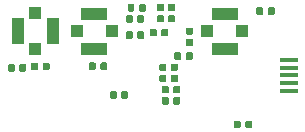
<source format=gbr>
G04 #@! TF.GenerationSoftware,KiCad,Pcbnew,(5.1.5-0-10_14)*
G04 #@! TF.CreationDate,2020-08-02T20:02:39-07:00*
G04 #@! TF.ProjectId,EOGlass2,454f476c-6173-4733-922e-6b696361645f,rev?*
G04 #@! TF.SameCoordinates,Original*
G04 #@! TF.FileFunction,Paste,Bot*
G04 #@! TF.FilePolarity,Positive*
%FSLAX46Y46*%
G04 Gerber Fmt 4.6, Leading zero omitted, Abs format (unit mm)*
G04 Created by KiCad (PCBNEW (5.1.5-0-10_14)) date 2020-08-02 20:02:39*
%MOMM*%
%LPD*%
G04 APERTURE LIST*
%ADD10R,1.500000X0.450000*%
%ADD11C,0.100000*%
%ADD12R,1.000000X1.000000*%
%ADD13R,2.200000X1.050000*%
%ADD14R,1.050000X2.200000*%
G04 APERTURE END LIST*
D10*
X135995000Y-73230000D03*
X135995000Y-72580000D03*
X135995000Y-73880000D03*
X135995000Y-71930000D03*
X135995000Y-74530000D03*
D11*
G36*
X127746958Y-69200710D02*
G01*
X127761276Y-69202834D01*
X127775317Y-69206351D01*
X127788946Y-69211228D01*
X127802031Y-69217417D01*
X127814447Y-69224858D01*
X127826073Y-69233481D01*
X127836798Y-69243202D01*
X127846519Y-69253927D01*
X127855142Y-69265553D01*
X127862583Y-69277969D01*
X127868772Y-69291054D01*
X127873649Y-69304683D01*
X127877166Y-69318724D01*
X127879290Y-69333042D01*
X127880000Y-69347500D01*
X127880000Y-69642500D01*
X127879290Y-69656958D01*
X127877166Y-69671276D01*
X127873649Y-69685317D01*
X127868772Y-69698946D01*
X127862583Y-69712031D01*
X127855142Y-69724447D01*
X127846519Y-69736073D01*
X127836798Y-69746798D01*
X127826073Y-69756519D01*
X127814447Y-69765142D01*
X127802031Y-69772583D01*
X127788946Y-69778772D01*
X127775317Y-69783649D01*
X127761276Y-69787166D01*
X127746958Y-69789290D01*
X127732500Y-69790000D01*
X127387500Y-69790000D01*
X127373042Y-69789290D01*
X127358724Y-69787166D01*
X127344683Y-69783649D01*
X127331054Y-69778772D01*
X127317969Y-69772583D01*
X127305553Y-69765142D01*
X127293927Y-69756519D01*
X127283202Y-69746798D01*
X127273481Y-69736073D01*
X127264858Y-69724447D01*
X127257417Y-69712031D01*
X127251228Y-69698946D01*
X127246351Y-69685317D01*
X127242834Y-69671276D01*
X127240710Y-69656958D01*
X127240000Y-69642500D01*
X127240000Y-69347500D01*
X127240710Y-69333042D01*
X127242834Y-69318724D01*
X127246351Y-69304683D01*
X127251228Y-69291054D01*
X127257417Y-69277969D01*
X127264858Y-69265553D01*
X127273481Y-69253927D01*
X127283202Y-69243202D01*
X127293927Y-69233481D01*
X127305553Y-69224858D01*
X127317969Y-69217417D01*
X127331054Y-69211228D01*
X127344683Y-69206351D01*
X127358724Y-69202834D01*
X127373042Y-69200710D01*
X127387500Y-69200000D01*
X127732500Y-69200000D01*
X127746958Y-69200710D01*
G37*
G36*
X127746958Y-70170710D02*
G01*
X127761276Y-70172834D01*
X127775317Y-70176351D01*
X127788946Y-70181228D01*
X127802031Y-70187417D01*
X127814447Y-70194858D01*
X127826073Y-70203481D01*
X127836798Y-70213202D01*
X127846519Y-70223927D01*
X127855142Y-70235553D01*
X127862583Y-70247969D01*
X127868772Y-70261054D01*
X127873649Y-70274683D01*
X127877166Y-70288724D01*
X127879290Y-70303042D01*
X127880000Y-70317500D01*
X127880000Y-70612500D01*
X127879290Y-70626958D01*
X127877166Y-70641276D01*
X127873649Y-70655317D01*
X127868772Y-70668946D01*
X127862583Y-70682031D01*
X127855142Y-70694447D01*
X127846519Y-70706073D01*
X127836798Y-70716798D01*
X127826073Y-70726519D01*
X127814447Y-70735142D01*
X127802031Y-70742583D01*
X127788946Y-70748772D01*
X127775317Y-70753649D01*
X127761276Y-70757166D01*
X127746958Y-70759290D01*
X127732500Y-70760000D01*
X127387500Y-70760000D01*
X127373042Y-70759290D01*
X127358724Y-70757166D01*
X127344683Y-70753649D01*
X127331054Y-70748772D01*
X127317969Y-70742583D01*
X127305553Y-70735142D01*
X127293927Y-70726519D01*
X127283202Y-70716798D01*
X127273481Y-70706073D01*
X127264858Y-70694447D01*
X127257417Y-70682031D01*
X127251228Y-70668946D01*
X127246351Y-70655317D01*
X127242834Y-70641276D01*
X127240710Y-70626958D01*
X127240000Y-70612500D01*
X127240000Y-70317500D01*
X127240710Y-70303042D01*
X127242834Y-70288724D01*
X127246351Y-70274683D01*
X127251228Y-70261054D01*
X127257417Y-70247969D01*
X127264858Y-70235553D01*
X127273481Y-70223927D01*
X127283202Y-70213202D01*
X127293927Y-70203481D01*
X127305553Y-70194858D01*
X127317969Y-70187417D01*
X127331054Y-70181228D01*
X127344683Y-70176351D01*
X127358724Y-70172834D01*
X127373042Y-70170710D01*
X127387500Y-70170000D01*
X127732500Y-70170000D01*
X127746958Y-70170710D01*
G37*
G36*
X131776958Y-77080710D02*
G01*
X131791276Y-77082834D01*
X131805317Y-77086351D01*
X131818946Y-77091228D01*
X131832031Y-77097417D01*
X131844447Y-77104858D01*
X131856073Y-77113481D01*
X131866798Y-77123202D01*
X131876519Y-77133927D01*
X131885142Y-77145553D01*
X131892583Y-77157969D01*
X131898772Y-77171054D01*
X131903649Y-77184683D01*
X131907166Y-77198724D01*
X131909290Y-77213042D01*
X131910000Y-77227500D01*
X131910000Y-77572500D01*
X131909290Y-77586958D01*
X131907166Y-77601276D01*
X131903649Y-77615317D01*
X131898772Y-77628946D01*
X131892583Y-77642031D01*
X131885142Y-77654447D01*
X131876519Y-77666073D01*
X131866798Y-77676798D01*
X131856073Y-77686519D01*
X131844447Y-77695142D01*
X131832031Y-77702583D01*
X131818946Y-77708772D01*
X131805317Y-77713649D01*
X131791276Y-77717166D01*
X131776958Y-77719290D01*
X131762500Y-77720000D01*
X131467500Y-77720000D01*
X131453042Y-77719290D01*
X131438724Y-77717166D01*
X131424683Y-77713649D01*
X131411054Y-77708772D01*
X131397969Y-77702583D01*
X131385553Y-77695142D01*
X131373927Y-77686519D01*
X131363202Y-77676798D01*
X131353481Y-77666073D01*
X131344858Y-77654447D01*
X131337417Y-77642031D01*
X131331228Y-77628946D01*
X131326351Y-77615317D01*
X131322834Y-77601276D01*
X131320710Y-77586958D01*
X131320000Y-77572500D01*
X131320000Y-77227500D01*
X131320710Y-77213042D01*
X131322834Y-77198724D01*
X131326351Y-77184683D01*
X131331228Y-77171054D01*
X131337417Y-77157969D01*
X131344858Y-77145553D01*
X131353481Y-77133927D01*
X131363202Y-77123202D01*
X131373927Y-77113481D01*
X131385553Y-77104858D01*
X131397969Y-77097417D01*
X131411054Y-77091228D01*
X131424683Y-77086351D01*
X131438724Y-77082834D01*
X131453042Y-77080710D01*
X131467500Y-77080000D01*
X131762500Y-77080000D01*
X131776958Y-77080710D01*
G37*
G36*
X132746958Y-77080710D02*
G01*
X132761276Y-77082834D01*
X132775317Y-77086351D01*
X132788946Y-77091228D01*
X132802031Y-77097417D01*
X132814447Y-77104858D01*
X132826073Y-77113481D01*
X132836798Y-77123202D01*
X132846519Y-77133927D01*
X132855142Y-77145553D01*
X132862583Y-77157969D01*
X132868772Y-77171054D01*
X132873649Y-77184683D01*
X132877166Y-77198724D01*
X132879290Y-77213042D01*
X132880000Y-77227500D01*
X132880000Y-77572500D01*
X132879290Y-77586958D01*
X132877166Y-77601276D01*
X132873649Y-77615317D01*
X132868772Y-77628946D01*
X132862583Y-77642031D01*
X132855142Y-77654447D01*
X132846519Y-77666073D01*
X132836798Y-77676798D01*
X132826073Y-77686519D01*
X132814447Y-77695142D01*
X132802031Y-77702583D01*
X132788946Y-77708772D01*
X132775317Y-77713649D01*
X132761276Y-77717166D01*
X132746958Y-77719290D01*
X132732500Y-77720000D01*
X132437500Y-77720000D01*
X132423042Y-77719290D01*
X132408724Y-77717166D01*
X132394683Y-77713649D01*
X132381054Y-77708772D01*
X132367969Y-77702583D01*
X132355553Y-77695142D01*
X132343927Y-77686519D01*
X132333202Y-77676798D01*
X132323481Y-77666073D01*
X132314858Y-77654447D01*
X132307417Y-77642031D01*
X132301228Y-77628946D01*
X132296351Y-77615317D01*
X132292834Y-77601276D01*
X132290710Y-77586958D01*
X132290000Y-77572500D01*
X132290000Y-77227500D01*
X132290710Y-77213042D01*
X132292834Y-77198724D01*
X132296351Y-77184683D01*
X132301228Y-77171054D01*
X132307417Y-77157969D01*
X132314858Y-77145553D01*
X132323481Y-77133927D01*
X132333202Y-77123202D01*
X132343927Y-77113481D01*
X132355553Y-77104858D01*
X132367969Y-77097417D01*
X132381054Y-77091228D01*
X132394683Y-77086351D01*
X132408724Y-77082834D01*
X132423042Y-77080710D01*
X132437500Y-77080000D01*
X132732500Y-77080000D01*
X132746958Y-77080710D01*
G37*
G36*
X126646958Y-75080710D02*
G01*
X126661276Y-75082834D01*
X126675317Y-75086351D01*
X126688946Y-75091228D01*
X126702031Y-75097417D01*
X126714447Y-75104858D01*
X126726073Y-75113481D01*
X126736798Y-75123202D01*
X126746519Y-75133927D01*
X126755142Y-75145553D01*
X126762583Y-75157969D01*
X126768772Y-75171054D01*
X126773649Y-75184683D01*
X126777166Y-75198724D01*
X126779290Y-75213042D01*
X126780000Y-75227500D01*
X126780000Y-75572500D01*
X126779290Y-75586958D01*
X126777166Y-75601276D01*
X126773649Y-75615317D01*
X126768772Y-75628946D01*
X126762583Y-75642031D01*
X126755142Y-75654447D01*
X126746519Y-75666073D01*
X126736798Y-75676798D01*
X126726073Y-75686519D01*
X126714447Y-75695142D01*
X126702031Y-75702583D01*
X126688946Y-75708772D01*
X126675317Y-75713649D01*
X126661276Y-75717166D01*
X126646958Y-75719290D01*
X126632500Y-75720000D01*
X126337500Y-75720000D01*
X126323042Y-75719290D01*
X126308724Y-75717166D01*
X126294683Y-75713649D01*
X126281054Y-75708772D01*
X126267969Y-75702583D01*
X126255553Y-75695142D01*
X126243927Y-75686519D01*
X126233202Y-75676798D01*
X126223481Y-75666073D01*
X126214858Y-75654447D01*
X126207417Y-75642031D01*
X126201228Y-75628946D01*
X126196351Y-75615317D01*
X126192834Y-75601276D01*
X126190710Y-75586958D01*
X126190000Y-75572500D01*
X126190000Y-75227500D01*
X126190710Y-75213042D01*
X126192834Y-75198724D01*
X126196351Y-75184683D01*
X126201228Y-75171054D01*
X126207417Y-75157969D01*
X126214858Y-75145553D01*
X126223481Y-75133927D01*
X126233202Y-75123202D01*
X126243927Y-75113481D01*
X126255553Y-75104858D01*
X126267969Y-75097417D01*
X126281054Y-75091228D01*
X126294683Y-75086351D01*
X126308724Y-75082834D01*
X126323042Y-75080710D01*
X126337500Y-75080000D01*
X126632500Y-75080000D01*
X126646958Y-75080710D01*
G37*
G36*
X125676958Y-75080710D02*
G01*
X125691276Y-75082834D01*
X125705317Y-75086351D01*
X125718946Y-75091228D01*
X125732031Y-75097417D01*
X125744447Y-75104858D01*
X125756073Y-75113481D01*
X125766798Y-75123202D01*
X125776519Y-75133927D01*
X125785142Y-75145553D01*
X125792583Y-75157969D01*
X125798772Y-75171054D01*
X125803649Y-75184683D01*
X125807166Y-75198724D01*
X125809290Y-75213042D01*
X125810000Y-75227500D01*
X125810000Y-75572500D01*
X125809290Y-75586958D01*
X125807166Y-75601276D01*
X125803649Y-75615317D01*
X125798772Y-75628946D01*
X125792583Y-75642031D01*
X125785142Y-75654447D01*
X125776519Y-75666073D01*
X125766798Y-75676798D01*
X125756073Y-75686519D01*
X125744447Y-75695142D01*
X125732031Y-75702583D01*
X125718946Y-75708772D01*
X125705317Y-75713649D01*
X125691276Y-75717166D01*
X125676958Y-75719290D01*
X125662500Y-75720000D01*
X125367500Y-75720000D01*
X125353042Y-75719290D01*
X125338724Y-75717166D01*
X125324683Y-75713649D01*
X125311054Y-75708772D01*
X125297969Y-75702583D01*
X125285553Y-75695142D01*
X125273927Y-75686519D01*
X125263202Y-75676798D01*
X125253481Y-75666073D01*
X125244858Y-75654447D01*
X125237417Y-75642031D01*
X125231228Y-75628946D01*
X125226351Y-75615317D01*
X125222834Y-75601276D01*
X125220710Y-75586958D01*
X125220000Y-75572500D01*
X125220000Y-75227500D01*
X125220710Y-75213042D01*
X125222834Y-75198724D01*
X125226351Y-75184683D01*
X125231228Y-75171054D01*
X125237417Y-75157969D01*
X125244858Y-75145553D01*
X125253481Y-75133927D01*
X125263202Y-75123202D01*
X125273927Y-75113481D01*
X125285553Y-75104858D01*
X125297969Y-75097417D01*
X125311054Y-75091228D01*
X125324683Y-75086351D01*
X125338724Y-75082834D01*
X125353042Y-75080710D01*
X125367500Y-75080000D01*
X125662500Y-75080000D01*
X125676958Y-75080710D01*
G37*
G36*
X125676958Y-74130710D02*
G01*
X125691276Y-74132834D01*
X125705317Y-74136351D01*
X125718946Y-74141228D01*
X125732031Y-74147417D01*
X125744447Y-74154858D01*
X125756073Y-74163481D01*
X125766798Y-74173202D01*
X125776519Y-74183927D01*
X125785142Y-74195553D01*
X125792583Y-74207969D01*
X125798772Y-74221054D01*
X125803649Y-74234683D01*
X125807166Y-74248724D01*
X125809290Y-74263042D01*
X125810000Y-74277500D01*
X125810000Y-74622500D01*
X125809290Y-74636958D01*
X125807166Y-74651276D01*
X125803649Y-74665317D01*
X125798772Y-74678946D01*
X125792583Y-74692031D01*
X125785142Y-74704447D01*
X125776519Y-74716073D01*
X125766798Y-74726798D01*
X125756073Y-74736519D01*
X125744447Y-74745142D01*
X125732031Y-74752583D01*
X125718946Y-74758772D01*
X125705317Y-74763649D01*
X125691276Y-74767166D01*
X125676958Y-74769290D01*
X125662500Y-74770000D01*
X125367500Y-74770000D01*
X125353042Y-74769290D01*
X125338724Y-74767166D01*
X125324683Y-74763649D01*
X125311054Y-74758772D01*
X125297969Y-74752583D01*
X125285553Y-74745142D01*
X125273927Y-74736519D01*
X125263202Y-74726798D01*
X125253481Y-74716073D01*
X125244858Y-74704447D01*
X125237417Y-74692031D01*
X125231228Y-74678946D01*
X125226351Y-74665317D01*
X125222834Y-74651276D01*
X125220710Y-74636958D01*
X125220000Y-74622500D01*
X125220000Y-74277500D01*
X125220710Y-74263042D01*
X125222834Y-74248724D01*
X125226351Y-74234683D01*
X125231228Y-74221054D01*
X125237417Y-74207969D01*
X125244858Y-74195553D01*
X125253481Y-74183927D01*
X125263202Y-74173202D01*
X125273927Y-74163481D01*
X125285553Y-74154858D01*
X125297969Y-74147417D01*
X125311054Y-74141228D01*
X125324683Y-74136351D01*
X125338724Y-74132834D01*
X125353042Y-74130710D01*
X125367500Y-74130000D01*
X125662500Y-74130000D01*
X125676958Y-74130710D01*
G37*
G36*
X126646958Y-74130710D02*
G01*
X126661276Y-74132834D01*
X126675317Y-74136351D01*
X126688946Y-74141228D01*
X126702031Y-74147417D01*
X126714447Y-74154858D01*
X126726073Y-74163481D01*
X126736798Y-74173202D01*
X126746519Y-74183927D01*
X126755142Y-74195553D01*
X126762583Y-74207969D01*
X126768772Y-74221054D01*
X126773649Y-74234683D01*
X126777166Y-74248724D01*
X126779290Y-74263042D01*
X126780000Y-74277500D01*
X126780000Y-74622500D01*
X126779290Y-74636958D01*
X126777166Y-74651276D01*
X126773649Y-74665317D01*
X126768772Y-74678946D01*
X126762583Y-74692031D01*
X126755142Y-74704447D01*
X126746519Y-74716073D01*
X126736798Y-74726798D01*
X126726073Y-74736519D01*
X126714447Y-74745142D01*
X126702031Y-74752583D01*
X126688946Y-74758772D01*
X126675317Y-74763649D01*
X126661276Y-74767166D01*
X126646958Y-74769290D01*
X126632500Y-74770000D01*
X126337500Y-74770000D01*
X126323042Y-74769290D01*
X126308724Y-74767166D01*
X126294683Y-74763649D01*
X126281054Y-74758772D01*
X126267969Y-74752583D01*
X126255553Y-74745142D01*
X126243927Y-74736519D01*
X126233202Y-74726798D01*
X126223481Y-74716073D01*
X126214858Y-74704447D01*
X126207417Y-74692031D01*
X126201228Y-74678946D01*
X126196351Y-74665317D01*
X126192834Y-74651276D01*
X126190710Y-74636958D01*
X126190000Y-74622500D01*
X126190000Y-74277500D01*
X126190710Y-74263042D01*
X126192834Y-74248724D01*
X126196351Y-74234683D01*
X126201228Y-74221054D01*
X126207417Y-74207969D01*
X126214858Y-74195553D01*
X126223481Y-74183927D01*
X126233202Y-74173202D01*
X126243927Y-74163481D01*
X126255553Y-74154858D01*
X126267969Y-74147417D01*
X126281054Y-74141228D01*
X126294683Y-74136351D01*
X126308724Y-74132834D01*
X126323042Y-74130710D01*
X126337500Y-74130000D01*
X126632500Y-74130000D01*
X126646958Y-74130710D01*
G37*
G36*
X134646958Y-67480710D02*
G01*
X134661276Y-67482834D01*
X134675317Y-67486351D01*
X134688946Y-67491228D01*
X134702031Y-67497417D01*
X134714447Y-67504858D01*
X134726073Y-67513481D01*
X134736798Y-67523202D01*
X134746519Y-67533927D01*
X134755142Y-67545553D01*
X134762583Y-67557969D01*
X134768772Y-67571054D01*
X134773649Y-67584683D01*
X134777166Y-67598724D01*
X134779290Y-67613042D01*
X134780000Y-67627500D01*
X134780000Y-67972500D01*
X134779290Y-67986958D01*
X134777166Y-68001276D01*
X134773649Y-68015317D01*
X134768772Y-68028946D01*
X134762583Y-68042031D01*
X134755142Y-68054447D01*
X134746519Y-68066073D01*
X134736798Y-68076798D01*
X134726073Y-68086519D01*
X134714447Y-68095142D01*
X134702031Y-68102583D01*
X134688946Y-68108772D01*
X134675317Y-68113649D01*
X134661276Y-68117166D01*
X134646958Y-68119290D01*
X134632500Y-68120000D01*
X134337500Y-68120000D01*
X134323042Y-68119290D01*
X134308724Y-68117166D01*
X134294683Y-68113649D01*
X134281054Y-68108772D01*
X134267969Y-68102583D01*
X134255553Y-68095142D01*
X134243927Y-68086519D01*
X134233202Y-68076798D01*
X134223481Y-68066073D01*
X134214858Y-68054447D01*
X134207417Y-68042031D01*
X134201228Y-68028946D01*
X134196351Y-68015317D01*
X134192834Y-68001276D01*
X134190710Y-67986958D01*
X134190000Y-67972500D01*
X134190000Y-67627500D01*
X134190710Y-67613042D01*
X134192834Y-67598724D01*
X134196351Y-67584683D01*
X134201228Y-67571054D01*
X134207417Y-67557969D01*
X134214858Y-67545553D01*
X134223481Y-67533927D01*
X134233202Y-67523202D01*
X134243927Y-67513481D01*
X134255553Y-67504858D01*
X134267969Y-67497417D01*
X134281054Y-67491228D01*
X134294683Y-67486351D01*
X134308724Y-67482834D01*
X134323042Y-67480710D01*
X134337500Y-67480000D01*
X134632500Y-67480000D01*
X134646958Y-67480710D01*
G37*
G36*
X133676958Y-67480710D02*
G01*
X133691276Y-67482834D01*
X133705317Y-67486351D01*
X133718946Y-67491228D01*
X133732031Y-67497417D01*
X133744447Y-67504858D01*
X133756073Y-67513481D01*
X133766798Y-67523202D01*
X133776519Y-67533927D01*
X133785142Y-67545553D01*
X133792583Y-67557969D01*
X133798772Y-67571054D01*
X133803649Y-67584683D01*
X133807166Y-67598724D01*
X133809290Y-67613042D01*
X133810000Y-67627500D01*
X133810000Y-67972500D01*
X133809290Y-67986958D01*
X133807166Y-68001276D01*
X133803649Y-68015317D01*
X133798772Y-68028946D01*
X133792583Y-68042031D01*
X133785142Y-68054447D01*
X133776519Y-68066073D01*
X133766798Y-68076798D01*
X133756073Y-68086519D01*
X133744447Y-68095142D01*
X133732031Y-68102583D01*
X133718946Y-68108772D01*
X133705317Y-68113649D01*
X133691276Y-68117166D01*
X133676958Y-68119290D01*
X133662500Y-68120000D01*
X133367500Y-68120000D01*
X133353042Y-68119290D01*
X133338724Y-68117166D01*
X133324683Y-68113649D01*
X133311054Y-68108772D01*
X133297969Y-68102583D01*
X133285553Y-68095142D01*
X133273927Y-68086519D01*
X133263202Y-68076798D01*
X133253481Y-68066073D01*
X133244858Y-68054447D01*
X133237417Y-68042031D01*
X133231228Y-68028946D01*
X133226351Y-68015317D01*
X133222834Y-68001276D01*
X133220710Y-67986958D01*
X133220000Y-67972500D01*
X133220000Y-67627500D01*
X133220710Y-67613042D01*
X133222834Y-67598724D01*
X133226351Y-67584683D01*
X133231228Y-67571054D01*
X133237417Y-67557969D01*
X133244858Y-67545553D01*
X133253481Y-67533927D01*
X133263202Y-67523202D01*
X133273927Y-67513481D01*
X133285553Y-67504858D01*
X133297969Y-67497417D01*
X133311054Y-67491228D01*
X133324683Y-67486351D01*
X133338724Y-67482834D01*
X133353042Y-67480710D01*
X133367500Y-67480000D01*
X133662500Y-67480000D01*
X133676958Y-67480710D01*
G37*
G36*
X122626958Y-68140710D02*
G01*
X122641276Y-68142834D01*
X122655317Y-68146351D01*
X122668946Y-68151228D01*
X122682031Y-68157417D01*
X122694447Y-68164858D01*
X122706073Y-68173481D01*
X122716798Y-68183202D01*
X122726519Y-68193927D01*
X122735142Y-68205553D01*
X122742583Y-68217969D01*
X122748772Y-68231054D01*
X122753649Y-68244683D01*
X122757166Y-68258724D01*
X122759290Y-68273042D01*
X122760000Y-68287500D01*
X122760000Y-68632500D01*
X122759290Y-68646958D01*
X122757166Y-68661276D01*
X122753649Y-68675317D01*
X122748772Y-68688946D01*
X122742583Y-68702031D01*
X122735142Y-68714447D01*
X122726519Y-68726073D01*
X122716798Y-68736798D01*
X122706073Y-68746519D01*
X122694447Y-68755142D01*
X122682031Y-68762583D01*
X122668946Y-68768772D01*
X122655317Y-68773649D01*
X122641276Y-68777166D01*
X122626958Y-68779290D01*
X122612500Y-68780000D01*
X122317500Y-68780000D01*
X122303042Y-68779290D01*
X122288724Y-68777166D01*
X122274683Y-68773649D01*
X122261054Y-68768772D01*
X122247969Y-68762583D01*
X122235553Y-68755142D01*
X122223927Y-68746519D01*
X122213202Y-68736798D01*
X122203481Y-68726073D01*
X122194858Y-68714447D01*
X122187417Y-68702031D01*
X122181228Y-68688946D01*
X122176351Y-68675317D01*
X122172834Y-68661276D01*
X122170710Y-68646958D01*
X122170000Y-68632500D01*
X122170000Y-68287500D01*
X122170710Y-68273042D01*
X122172834Y-68258724D01*
X122176351Y-68244683D01*
X122181228Y-68231054D01*
X122187417Y-68217969D01*
X122194858Y-68205553D01*
X122203481Y-68193927D01*
X122213202Y-68183202D01*
X122223927Y-68173481D01*
X122235553Y-68164858D01*
X122247969Y-68157417D01*
X122261054Y-68151228D01*
X122274683Y-68146351D01*
X122288724Y-68142834D01*
X122303042Y-68140710D01*
X122317500Y-68140000D01*
X122612500Y-68140000D01*
X122626958Y-68140710D01*
G37*
G36*
X123596958Y-68140710D02*
G01*
X123611276Y-68142834D01*
X123625317Y-68146351D01*
X123638946Y-68151228D01*
X123652031Y-68157417D01*
X123664447Y-68164858D01*
X123676073Y-68173481D01*
X123686798Y-68183202D01*
X123696519Y-68193927D01*
X123705142Y-68205553D01*
X123712583Y-68217969D01*
X123718772Y-68231054D01*
X123723649Y-68244683D01*
X123727166Y-68258724D01*
X123729290Y-68273042D01*
X123730000Y-68287500D01*
X123730000Y-68632500D01*
X123729290Y-68646958D01*
X123727166Y-68661276D01*
X123723649Y-68675317D01*
X123718772Y-68688946D01*
X123712583Y-68702031D01*
X123705142Y-68714447D01*
X123696519Y-68726073D01*
X123686798Y-68736798D01*
X123676073Y-68746519D01*
X123664447Y-68755142D01*
X123652031Y-68762583D01*
X123638946Y-68768772D01*
X123625317Y-68773649D01*
X123611276Y-68777166D01*
X123596958Y-68779290D01*
X123582500Y-68780000D01*
X123287500Y-68780000D01*
X123273042Y-68779290D01*
X123258724Y-68777166D01*
X123244683Y-68773649D01*
X123231054Y-68768772D01*
X123217969Y-68762583D01*
X123205553Y-68755142D01*
X123193927Y-68746519D01*
X123183202Y-68736798D01*
X123173481Y-68726073D01*
X123164858Y-68714447D01*
X123157417Y-68702031D01*
X123151228Y-68688946D01*
X123146351Y-68675317D01*
X123142834Y-68661276D01*
X123140710Y-68646958D01*
X123140000Y-68632500D01*
X123140000Y-68287500D01*
X123140710Y-68273042D01*
X123142834Y-68258724D01*
X123146351Y-68244683D01*
X123151228Y-68231054D01*
X123157417Y-68217969D01*
X123164858Y-68205553D01*
X123173481Y-68193927D01*
X123183202Y-68183202D01*
X123193927Y-68173481D01*
X123205553Y-68164858D01*
X123217969Y-68157417D01*
X123231054Y-68151228D01*
X123244683Y-68146351D01*
X123258724Y-68142834D01*
X123273042Y-68140710D01*
X123287500Y-68140000D01*
X123582500Y-68140000D01*
X123596958Y-68140710D01*
G37*
G36*
X126236958Y-68170710D02*
G01*
X126251276Y-68172834D01*
X126265317Y-68176351D01*
X126278946Y-68181228D01*
X126292031Y-68187417D01*
X126304447Y-68194858D01*
X126316073Y-68203481D01*
X126326798Y-68213202D01*
X126336519Y-68223927D01*
X126345142Y-68235553D01*
X126352583Y-68247969D01*
X126358772Y-68261054D01*
X126363649Y-68274683D01*
X126367166Y-68288724D01*
X126369290Y-68303042D01*
X126370000Y-68317500D01*
X126370000Y-68612500D01*
X126369290Y-68626958D01*
X126367166Y-68641276D01*
X126363649Y-68655317D01*
X126358772Y-68668946D01*
X126352583Y-68682031D01*
X126345142Y-68694447D01*
X126336519Y-68706073D01*
X126326798Y-68716798D01*
X126316073Y-68726519D01*
X126304447Y-68735142D01*
X126292031Y-68742583D01*
X126278946Y-68748772D01*
X126265317Y-68753649D01*
X126251276Y-68757166D01*
X126236958Y-68759290D01*
X126222500Y-68760000D01*
X125877500Y-68760000D01*
X125863042Y-68759290D01*
X125848724Y-68757166D01*
X125834683Y-68753649D01*
X125821054Y-68748772D01*
X125807969Y-68742583D01*
X125795553Y-68735142D01*
X125783927Y-68726519D01*
X125773202Y-68716798D01*
X125763481Y-68706073D01*
X125754858Y-68694447D01*
X125747417Y-68682031D01*
X125741228Y-68668946D01*
X125736351Y-68655317D01*
X125732834Y-68641276D01*
X125730710Y-68626958D01*
X125730000Y-68612500D01*
X125730000Y-68317500D01*
X125730710Y-68303042D01*
X125732834Y-68288724D01*
X125736351Y-68274683D01*
X125741228Y-68261054D01*
X125747417Y-68247969D01*
X125754858Y-68235553D01*
X125763481Y-68223927D01*
X125773202Y-68213202D01*
X125783927Y-68203481D01*
X125795553Y-68194858D01*
X125807969Y-68187417D01*
X125821054Y-68181228D01*
X125834683Y-68176351D01*
X125848724Y-68172834D01*
X125863042Y-68170710D01*
X125877500Y-68170000D01*
X126222500Y-68170000D01*
X126236958Y-68170710D01*
G37*
G36*
X126236958Y-67200710D02*
G01*
X126251276Y-67202834D01*
X126265317Y-67206351D01*
X126278946Y-67211228D01*
X126292031Y-67217417D01*
X126304447Y-67224858D01*
X126316073Y-67233481D01*
X126326798Y-67243202D01*
X126336519Y-67253927D01*
X126345142Y-67265553D01*
X126352583Y-67277969D01*
X126358772Y-67291054D01*
X126363649Y-67304683D01*
X126367166Y-67318724D01*
X126369290Y-67333042D01*
X126370000Y-67347500D01*
X126370000Y-67642500D01*
X126369290Y-67656958D01*
X126367166Y-67671276D01*
X126363649Y-67685317D01*
X126358772Y-67698946D01*
X126352583Y-67712031D01*
X126345142Y-67724447D01*
X126336519Y-67736073D01*
X126326798Y-67746798D01*
X126316073Y-67756519D01*
X126304447Y-67765142D01*
X126292031Y-67772583D01*
X126278946Y-67778772D01*
X126265317Y-67783649D01*
X126251276Y-67787166D01*
X126236958Y-67789290D01*
X126222500Y-67790000D01*
X125877500Y-67790000D01*
X125863042Y-67789290D01*
X125848724Y-67787166D01*
X125834683Y-67783649D01*
X125821054Y-67778772D01*
X125807969Y-67772583D01*
X125795553Y-67765142D01*
X125783927Y-67756519D01*
X125773202Y-67746798D01*
X125763481Y-67736073D01*
X125754858Y-67724447D01*
X125747417Y-67712031D01*
X125741228Y-67698946D01*
X125736351Y-67685317D01*
X125732834Y-67671276D01*
X125730710Y-67656958D01*
X125730000Y-67642500D01*
X125730000Y-67347500D01*
X125730710Y-67333042D01*
X125732834Y-67318724D01*
X125736351Y-67304683D01*
X125741228Y-67291054D01*
X125747417Y-67277969D01*
X125754858Y-67265553D01*
X125763481Y-67253927D01*
X125773202Y-67243202D01*
X125783927Y-67233481D01*
X125795553Y-67224858D01*
X125807969Y-67217417D01*
X125821054Y-67211228D01*
X125834683Y-67206351D01*
X125848724Y-67202834D01*
X125863042Y-67200710D01*
X125877500Y-67200000D01*
X126222500Y-67200000D01*
X126236958Y-67200710D01*
G37*
G36*
X123746958Y-67200710D02*
G01*
X123761276Y-67202834D01*
X123775317Y-67206351D01*
X123788946Y-67211228D01*
X123802031Y-67217417D01*
X123814447Y-67224858D01*
X123826073Y-67233481D01*
X123836798Y-67243202D01*
X123846519Y-67253927D01*
X123855142Y-67265553D01*
X123862583Y-67277969D01*
X123868772Y-67291054D01*
X123873649Y-67304683D01*
X123877166Y-67318724D01*
X123879290Y-67333042D01*
X123880000Y-67347500D01*
X123880000Y-67692500D01*
X123879290Y-67706958D01*
X123877166Y-67721276D01*
X123873649Y-67735317D01*
X123868772Y-67748946D01*
X123862583Y-67762031D01*
X123855142Y-67774447D01*
X123846519Y-67786073D01*
X123836798Y-67796798D01*
X123826073Y-67806519D01*
X123814447Y-67815142D01*
X123802031Y-67822583D01*
X123788946Y-67828772D01*
X123775317Y-67833649D01*
X123761276Y-67837166D01*
X123746958Y-67839290D01*
X123732500Y-67840000D01*
X123437500Y-67840000D01*
X123423042Y-67839290D01*
X123408724Y-67837166D01*
X123394683Y-67833649D01*
X123381054Y-67828772D01*
X123367969Y-67822583D01*
X123355553Y-67815142D01*
X123343927Y-67806519D01*
X123333202Y-67796798D01*
X123323481Y-67786073D01*
X123314858Y-67774447D01*
X123307417Y-67762031D01*
X123301228Y-67748946D01*
X123296351Y-67735317D01*
X123292834Y-67721276D01*
X123290710Y-67706958D01*
X123290000Y-67692500D01*
X123290000Y-67347500D01*
X123290710Y-67333042D01*
X123292834Y-67318724D01*
X123296351Y-67304683D01*
X123301228Y-67291054D01*
X123307417Y-67277969D01*
X123314858Y-67265553D01*
X123323481Y-67253927D01*
X123333202Y-67243202D01*
X123343927Y-67233481D01*
X123355553Y-67224858D01*
X123367969Y-67217417D01*
X123381054Y-67211228D01*
X123394683Y-67206351D01*
X123408724Y-67202834D01*
X123423042Y-67200710D01*
X123437500Y-67200000D01*
X123732500Y-67200000D01*
X123746958Y-67200710D01*
G37*
G36*
X122776958Y-67200710D02*
G01*
X122791276Y-67202834D01*
X122805317Y-67206351D01*
X122818946Y-67211228D01*
X122832031Y-67217417D01*
X122844447Y-67224858D01*
X122856073Y-67233481D01*
X122866798Y-67243202D01*
X122876519Y-67253927D01*
X122885142Y-67265553D01*
X122892583Y-67277969D01*
X122898772Y-67291054D01*
X122903649Y-67304683D01*
X122907166Y-67318724D01*
X122909290Y-67333042D01*
X122910000Y-67347500D01*
X122910000Y-67692500D01*
X122909290Y-67706958D01*
X122907166Y-67721276D01*
X122903649Y-67735317D01*
X122898772Y-67748946D01*
X122892583Y-67762031D01*
X122885142Y-67774447D01*
X122876519Y-67786073D01*
X122866798Y-67796798D01*
X122856073Y-67806519D01*
X122844447Y-67815142D01*
X122832031Y-67822583D01*
X122818946Y-67828772D01*
X122805317Y-67833649D01*
X122791276Y-67837166D01*
X122776958Y-67839290D01*
X122762500Y-67840000D01*
X122467500Y-67840000D01*
X122453042Y-67839290D01*
X122438724Y-67837166D01*
X122424683Y-67833649D01*
X122411054Y-67828772D01*
X122397969Y-67822583D01*
X122385553Y-67815142D01*
X122373927Y-67806519D01*
X122363202Y-67796798D01*
X122353481Y-67786073D01*
X122344858Y-67774447D01*
X122337417Y-67762031D01*
X122331228Y-67748946D01*
X122326351Y-67735317D01*
X122322834Y-67721276D01*
X122320710Y-67706958D01*
X122320000Y-67692500D01*
X122320000Y-67347500D01*
X122320710Y-67333042D01*
X122322834Y-67318724D01*
X122326351Y-67304683D01*
X122331228Y-67291054D01*
X122337417Y-67277969D01*
X122344858Y-67265553D01*
X122353481Y-67253927D01*
X122363202Y-67243202D01*
X122373927Y-67233481D01*
X122385553Y-67224858D01*
X122397969Y-67217417D01*
X122411054Y-67211228D01*
X122424683Y-67206351D01*
X122438724Y-67202834D01*
X122453042Y-67200710D01*
X122467500Y-67200000D01*
X122762500Y-67200000D01*
X122776958Y-67200710D01*
G37*
G36*
X113616958Y-72290710D02*
G01*
X113631276Y-72292834D01*
X113645317Y-72296351D01*
X113658946Y-72301228D01*
X113672031Y-72307417D01*
X113684447Y-72314858D01*
X113696073Y-72323481D01*
X113706798Y-72333202D01*
X113716519Y-72343927D01*
X113725142Y-72355553D01*
X113732583Y-72367969D01*
X113738772Y-72381054D01*
X113743649Y-72394683D01*
X113747166Y-72408724D01*
X113749290Y-72423042D01*
X113750000Y-72437500D01*
X113750000Y-72782500D01*
X113749290Y-72796958D01*
X113747166Y-72811276D01*
X113743649Y-72825317D01*
X113738772Y-72838946D01*
X113732583Y-72852031D01*
X113725142Y-72864447D01*
X113716519Y-72876073D01*
X113706798Y-72886798D01*
X113696073Y-72896519D01*
X113684447Y-72905142D01*
X113672031Y-72912583D01*
X113658946Y-72918772D01*
X113645317Y-72923649D01*
X113631276Y-72927166D01*
X113616958Y-72929290D01*
X113602500Y-72930000D01*
X113307500Y-72930000D01*
X113293042Y-72929290D01*
X113278724Y-72927166D01*
X113264683Y-72923649D01*
X113251054Y-72918772D01*
X113237969Y-72912583D01*
X113225553Y-72905142D01*
X113213927Y-72896519D01*
X113203202Y-72886798D01*
X113193481Y-72876073D01*
X113184858Y-72864447D01*
X113177417Y-72852031D01*
X113171228Y-72838946D01*
X113166351Y-72825317D01*
X113162834Y-72811276D01*
X113160710Y-72796958D01*
X113160000Y-72782500D01*
X113160000Y-72437500D01*
X113160710Y-72423042D01*
X113162834Y-72408724D01*
X113166351Y-72394683D01*
X113171228Y-72381054D01*
X113177417Y-72367969D01*
X113184858Y-72355553D01*
X113193481Y-72343927D01*
X113203202Y-72333202D01*
X113213927Y-72323481D01*
X113225553Y-72314858D01*
X113237969Y-72307417D01*
X113251054Y-72301228D01*
X113264683Y-72296351D01*
X113278724Y-72292834D01*
X113293042Y-72290710D01*
X113307500Y-72290000D01*
X113602500Y-72290000D01*
X113616958Y-72290710D01*
G37*
G36*
X112646958Y-72290710D02*
G01*
X112661276Y-72292834D01*
X112675317Y-72296351D01*
X112688946Y-72301228D01*
X112702031Y-72307417D01*
X112714447Y-72314858D01*
X112726073Y-72323481D01*
X112736798Y-72333202D01*
X112746519Y-72343927D01*
X112755142Y-72355553D01*
X112762583Y-72367969D01*
X112768772Y-72381054D01*
X112773649Y-72394683D01*
X112777166Y-72408724D01*
X112779290Y-72423042D01*
X112780000Y-72437500D01*
X112780000Y-72782500D01*
X112779290Y-72796958D01*
X112777166Y-72811276D01*
X112773649Y-72825317D01*
X112768772Y-72838946D01*
X112762583Y-72852031D01*
X112755142Y-72864447D01*
X112746519Y-72876073D01*
X112736798Y-72886798D01*
X112726073Y-72896519D01*
X112714447Y-72905142D01*
X112702031Y-72912583D01*
X112688946Y-72918772D01*
X112675317Y-72923649D01*
X112661276Y-72927166D01*
X112646958Y-72929290D01*
X112632500Y-72930000D01*
X112337500Y-72930000D01*
X112323042Y-72929290D01*
X112308724Y-72927166D01*
X112294683Y-72923649D01*
X112281054Y-72918772D01*
X112267969Y-72912583D01*
X112255553Y-72905142D01*
X112243927Y-72896519D01*
X112233202Y-72886798D01*
X112223481Y-72876073D01*
X112214858Y-72864447D01*
X112207417Y-72852031D01*
X112201228Y-72838946D01*
X112196351Y-72825317D01*
X112192834Y-72811276D01*
X112190710Y-72796958D01*
X112190000Y-72782500D01*
X112190000Y-72437500D01*
X112190710Y-72423042D01*
X112192834Y-72408724D01*
X112196351Y-72394683D01*
X112201228Y-72381054D01*
X112207417Y-72367969D01*
X112214858Y-72355553D01*
X112223481Y-72343927D01*
X112233202Y-72333202D01*
X112243927Y-72323481D01*
X112255553Y-72314858D01*
X112267969Y-72307417D01*
X112281054Y-72301228D01*
X112294683Y-72296351D01*
X112308724Y-72292834D01*
X112323042Y-72290710D01*
X112337500Y-72290000D01*
X112632500Y-72290000D01*
X112646958Y-72290710D01*
G37*
D12*
X129040000Y-69500000D03*
X132040000Y-69500000D03*
D13*
X130540000Y-68025000D03*
X130540000Y-70975000D03*
X119520000Y-68025000D03*
X119520000Y-70975000D03*
D12*
X118020000Y-69500000D03*
X121020000Y-69500000D03*
D14*
X115975000Y-69500000D03*
X113025000Y-69500000D03*
D12*
X114500000Y-68000000D03*
X114500000Y-71000000D03*
D11*
G36*
X115586958Y-72160710D02*
G01*
X115601276Y-72162834D01*
X115615317Y-72166351D01*
X115628946Y-72171228D01*
X115642031Y-72177417D01*
X115654447Y-72184858D01*
X115666073Y-72193481D01*
X115676798Y-72203202D01*
X115686519Y-72213927D01*
X115695142Y-72225553D01*
X115702583Y-72237969D01*
X115708772Y-72251054D01*
X115713649Y-72264683D01*
X115717166Y-72278724D01*
X115719290Y-72293042D01*
X115720000Y-72307500D01*
X115720000Y-72652500D01*
X115719290Y-72666958D01*
X115717166Y-72681276D01*
X115713649Y-72695317D01*
X115708772Y-72708946D01*
X115702583Y-72722031D01*
X115695142Y-72734447D01*
X115686519Y-72746073D01*
X115676798Y-72756798D01*
X115666073Y-72766519D01*
X115654447Y-72775142D01*
X115642031Y-72782583D01*
X115628946Y-72788772D01*
X115615317Y-72793649D01*
X115601276Y-72797166D01*
X115586958Y-72799290D01*
X115572500Y-72800000D01*
X115277500Y-72800000D01*
X115263042Y-72799290D01*
X115248724Y-72797166D01*
X115234683Y-72793649D01*
X115221054Y-72788772D01*
X115207969Y-72782583D01*
X115195553Y-72775142D01*
X115183927Y-72766519D01*
X115173202Y-72756798D01*
X115163481Y-72746073D01*
X115154858Y-72734447D01*
X115147417Y-72722031D01*
X115141228Y-72708946D01*
X115136351Y-72695317D01*
X115132834Y-72681276D01*
X115130710Y-72666958D01*
X115130000Y-72652500D01*
X115130000Y-72307500D01*
X115130710Y-72293042D01*
X115132834Y-72278724D01*
X115136351Y-72264683D01*
X115141228Y-72251054D01*
X115147417Y-72237969D01*
X115154858Y-72225553D01*
X115163481Y-72213927D01*
X115173202Y-72203202D01*
X115183927Y-72193481D01*
X115195553Y-72184858D01*
X115207969Y-72177417D01*
X115221054Y-72171228D01*
X115234683Y-72166351D01*
X115248724Y-72162834D01*
X115263042Y-72160710D01*
X115277500Y-72160000D01*
X115572500Y-72160000D01*
X115586958Y-72160710D01*
G37*
G36*
X114616958Y-72160710D02*
G01*
X114631276Y-72162834D01*
X114645317Y-72166351D01*
X114658946Y-72171228D01*
X114672031Y-72177417D01*
X114684447Y-72184858D01*
X114696073Y-72193481D01*
X114706798Y-72203202D01*
X114716519Y-72213927D01*
X114725142Y-72225553D01*
X114732583Y-72237969D01*
X114738772Y-72251054D01*
X114743649Y-72264683D01*
X114747166Y-72278724D01*
X114749290Y-72293042D01*
X114750000Y-72307500D01*
X114750000Y-72652500D01*
X114749290Y-72666958D01*
X114747166Y-72681276D01*
X114743649Y-72695317D01*
X114738772Y-72708946D01*
X114732583Y-72722031D01*
X114725142Y-72734447D01*
X114716519Y-72746073D01*
X114706798Y-72756798D01*
X114696073Y-72766519D01*
X114684447Y-72775142D01*
X114672031Y-72782583D01*
X114658946Y-72788772D01*
X114645317Y-72793649D01*
X114631276Y-72797166D01*
X114616958Y-72799290D01*
X114602500Y-72800000D01*
X114307500Y-72800000D01*
X114293042Y-72799290D01*
X114278724Y-72797166D01*
X114264683Y-72793649D01*
X114251054Y-72788772D01*
X114237969Y-72782583D01*
X114225553Y-72775142D01*
X114213927Y-72766519D01*
X114203202Y-72756798D01*
X114193481Y-72746073D01*
X114184858Y-72734447D01*
X114177417Y-72722031D01*
X114171228Y-72708946D01*
X114166351Y-72695317D01*
X114162834Y-72681276D01*
X114160710Y-72666958D01*
X114160000Y-72652500D01*
X114160000Y-72307500D01*
X114160710Y-72293042D01*
X114162834Y-72278724D01*
X114166351Y-72264683D01*
X114171228Y-72251054D01*
X114177417Y-72237969D01*
X114184858Y-72225553D01*
X114193481Y-72213927D01*
X114203202Y-72203202D01*
X114213927Y-72193481D01*
X114225553Y-72184858D01*
X114237969Y-72177417D01*
X114251054Y-72171228D01*
X114264683Y-72166351D01*
X114278724Y-72162834D01*
X114293042Y-72160710D01*
X114307500Y-72160000D01*
X114602500Y-72160000D01*
X114616958Y-72160710D01*
G37*
G36*
X125636958Y-69300710D02*
G01*
X125651276Y-69302834D01*
X125665317Y-69306351D01*
X125678946Y-69311228D01*
X125692031Y-69317417D01*
X125704447Y-69324858D01*
X125716073Y-69333481D01*
X125726798Y-69343202D01*
X125736519Y-69353927D01*
X125745142Y-69365553D01*
X125752583Y-69377969D01*
X125758772Y-69391054D01*
X125763649Y-69404683D01*
X125767166Y-69418724D01*
X125769290Y-69433042D01*
X125770000Y-69447500D01*
X125770000Y-69792500D01*
X125769290Y-69806958D01*
X125767166Y-69821276D01*
X125763649Y-69835317D01*
X125758772Y-69848946D01*
X125752583Y-69862031D01*
X125745142Y-69874447D01*
X125736519Y-69886073D01*
X125726798Y-69896798D01*
X125716073Y-69906519D01*
X125704447Y-69915142D01*
X125692031Y-69922583D01*
X125678946Y-69928772D01*
X125665317Y-69933649D01*
X125651276Y-69937166D01*
X125636958Y-69939290D01*
X125622500Y-69940000D01*
X125327500Y-69940000D01*
X125313042Y-69939290D01*
X125298724Y-69937166D01*
X125284683Y-69933649D01*
X125271054Y-69928772D01*
X125257969Y-69922583D01*
X125245553Y-69915142D01*
X125233927Y-69906519D01*
X125223202Y-69896798D01*
X125213481Y-69886073D01*
X125204858Y-69874447D01*
X125197417Y-69862031D01*
X125191228Y-69848946D01*
X125186351Y-69835317D01*
X125182834Y-69821276D01*
X125180710Y-69806958D01*
X125180000Y-69792500D01*
X125180000Y-69447500D01*
X125180710Y-69433042D01*
X125182834Y-69418724D01*
X125186351Y-69404683D01*
X125191228Y-69391054D01*
X125197417Y-69377969D01*
X125204858Y-69365553D01*
X125213481Y-69353927D01*
X125223202Y-69343202D01*
X125233927Y-69333481D01*
X125245553Y-69324858D01*
X125257969Y-69317417D01*
X125271054Y-69311228D01*
X125284683Y-69306351D01*
X125298724Y-69302834D01*
X125313042Y-69300710D01*
X125327500Y-69300000D01*
X125622500Y-69300000D01*
X125636958Y-69300710D01*
G37*
G36*
X124666958Y-69300710D02*
G01*
X124681276Y-69302834D01*
X124695317Y-69306351D01*
X124708946Y-69311228D01*
X124722031Y-69317417D01*
X124734447Y-69324858D01*
X124746073Y-69333481D01*
X124756798Y-69343202D01*
X124766519Y-69353927D01*
X124775142Y-69365553D01*
X124782583Y-69377969D01*
X124788772Y-69391054D01*
X124793649Y-69404683D01*
X124797166Y-69418724D01*
X124799290Y-69433042D01*
X124800000Y-69447500D01*
X124800000Y-69792500D01*
X124799290Y-69806958D01*
X124797166Y-69821276D01*
X124793649Y-69835317D01*
X124788772Y-69848946D01*
X124782583Y-69862031D01*
X124775142Y-69874447D01*
X124766519Y-69886073D01*
X124756798Y-69896798D01*
X124746073Y-69906519D01*
X124734447Y-69915142D01*
X124722031Y-69922583D01*
X124708946Y-69928772D01*
X124695317Y-69933649D01*
X124681276Y-69937166D01*
X124666958Y-69939290D01*
X124652500Y-69940000D01*
X124357500Y-69940000D01*
X124343042Y-69939290D01*
X124328724Y-69937166D01*
X124314683Y-69933649D01*
X124301054Y-69928772D01*
X124287969Y-69922583D01*
X124275553Y-69915142D01*
X124263927Y-69906519D01*
X124253202Y-69896798D01*
X124243481Y-69886073D01*
X124234858Y-69874447D01*
X124227417Y-69862031D01*
X124221228Y-69848946D01*
X124216351Y-69835317D01*
X124212834Y-69821276D01*
X124210710Y-69806958D01*
X124210000Y-69792500D01*
X124210000Y-69447500D01*
X124210710Y-69433042D01*
X124212834Y-69418724D01*
X124216351Y-69404683D01*
X124221228Y-69391054D01*
X124227417Y-69377969D01*
X124234858Y-69365553D01*
X124243481Y-69353927D01*
X124253202Y-69343202D01*
X124263927Y-69333481D01*
X124275553Y-69324858D01*
X124287969Y-69317417D01*
X124301054Y-69311228D01*
X124314683Y-69306351D01*
X124328724Y-69302834D01*
X124343042Y-69300710D01*
X124357500Y-69300000D01*
X124652500Y-69300000D01*
X124666958Y-69300710D01*
G37*
G36*
X125296958Y-67200710D02*
G01*
X125311276Y-67202834D01*
X125325317Y-67206351D01*
X125338946Y-67211228D01*
X125352031Y-67217417D01*
X125364447Y-67224858D01*
X125376073Y-67233481D01*
X125386798Y-67243202D01*
X125396519Y-67253927D01*
X125405142Y-67265553D01*
X125412583Y-67277969D01*
X125418772Y-67291054D01*
X125423649Y-67304683D01*
X125427166Y-67318724D01*
X125429290Y-67333042D01*
X125430000Y-67347500D01*
X125430000Y-67642500D01*
X125429290Y-67656958D01*
X125427166Y-67671276D01*
X125423649Y-67685317D01*
X125418772Y-67698946D01*
X125412583Y-67712031D01*
X125405142Y-67724447D01*
X125396519Y-67736073D01*
X125386798Y-67746798D01*
X125376073Y-67756519D01*
X125364447Y-67765142D01*
X125352031Y-67772583D01*
X125338946Y-67778772D01*
X125325317Y-67783649D01*
X125311276Y-67787166D01*
X125296958Y-67789290D01*
X125282500Y-67790000D01*
X124937500Y-67790000D01*
X124923042Y-67789290D01*
X124908724Y-67787166D01*
X124894683Y-67783649D01*
X124881054Y-67778772D01*
X124867969Y-67772583D01*
X124855553Y-67765142D01*
X124843927Y-67756519D01*
X124833202Y-67746798D01*
X124823481Y-67736073D01*
X124814858Y-67724447D01*
X124807417Y-67712031D01*
X124801228Y-67698946D01*
X124796351Y-67685317D01*
X124792834Y-67671276D01*
X124790710Y-67656958D01*
X124790000Y-67642500D01*
X124790000Y-67347500D01*
X124790710Y-67333042D01*
X124792834Y-67318724D01*
X124796351Y-67304683D01*
X124801228Y-67291054D01*
X124807417Y-67277969D01*
X124814858Y-67265553D01*
X124823481Y-67253927D01*
X124833202Y-67243202D01*
X124843927Y-67233481D01*
X124855553Y-67224858D01*
X124867969Y-67217417D01*
X124881054Y-67211228D01*
X124894683Y-67206351D01*
X124908724Y-67202834D01*
X124923042Y-67200710D01*
X124937500Y-67200000D01*
X125282500Y-67200000D01*
X125296958Y-67200710D01*
G37*
G36*
X125296958Y-68170710D02*
G01*
X125311276Y-68172834D01*
X125325317Y-68176351D01*
X125338946Y-68181228D01*
X125352031Y-68187417D01*
X125364447Y-68194858D01*
X125376073Y-68203481D01*
X125386798Y-68213202D01*
X125396519Y-68223927D01*
X125405142Y-68235553D01*
X125412583Y-68247969D01*
X125418772Y-68261054D01*
X125423649Y-68274683D01*
X125427166Y-68288724D01*
X125429290Y-68303042D01*
X125430000Y-68317500D01*
X125430000Y-68612500D01*
X125429290Y-68626958D01*
X125427166Y-68641276D01*
X125423649Y-68655317D01*
X125418772Y-68668946D01*
X125412583Y-68682031D01*
X125405142Y-68694447D01*
X125396519Y-68706073D01*
X125386798Y-68716798D01*
X125376073Y-68726519D01*
X125364447Y-68735142D01*
X125352031Y-68742583D01*
X125338946Y-68748772D01*
X125325317Y-68753649D01*
X125311276Y-68757166D01*
X125296958Y-68759290D01*
X125282500Y-68760000D01*
X124937500Y-68760000D01*
X124923042Y-68759290D01*
X124908724Y-68757166D01*
X124894683Y-68753649D01*
X124881054Y-68748772D01*
X124867969Y-68742583D01*
X124855553Y-68735142D01*
X124843927Y-68726519D01*
X124833202Y-68716798D01*
X124823481Y-68706073D01*
X124814858Y-68694447D01*
X124807417Y-68682031D01*
X124801228Y-68668946D01*
X124796351Y-68655317D01*
X124792834Y-68641276D01*
X124790710Y-68626958D01*
X124790000Y-68612500D01*
X124790000Y-68317500D01*
X124790710Y-68303042D01*
X124792834Y-68288724D01*
X124796351Y-68274683D01*
X124801228Y-68261054D01*
X124807417Y-68247969D01*
X124814858Y-68235553D01*
X124823481Y-68223927D01*
X124833202Y-68213202D01*
X124843927Y-68203481D01*
X124855553Y-68194858D01*
X124867969Y-68187417D01*
X124881054Y-68181228D01*
X124894683Y-68176351D01*
X124908724Y-68172834D01*
X124923042Y-68170710D01*
X124937500Y-68170000D01*
X125282500Y-68170000D01*
X125296958Y-68170710D01*
G37*
G36*
X122626958Y-69510710D02*
G01*
X122641276Y-69512834D01*
X122655317Y-69516351D01*
X122668946Y-69521228D01*
X122682031Y-69527417D01*
X122694447Y-69534858D01*
X122706073Y-69543481D01*
X122716798Y-69553202D01*
X122726519Y-69563927D01*
X122735142Y-69575553D01*
X122742583Y-69587969D01*
X122748772Y-69601054D01*
X122753649Y-69614683D01*
X122757166Y-69628724D01*
X122759290Y-69643042D01*
X122760000Y-69657500D01*
X122760000Y-70002500D01*
X122759290Y-70016958D01*
X122757166Y-70031276D01*
X122753649Y-70045317D01*
X122748772Y-70058946D01*
X122742583Y-70072031D01*
X122735142Y-70084447D01*
X122726519Y-70096073D01*
X122716798Y-70106798D01*
X122706073Y-70116519D01*
X122694447Y-70125142D01*
X122682031Y-70132583D01*
X122668946Y-70138772D01*
X122655317Y-70143649D01*
X122641276Y-70147166D01*
X122626958Y-70149290D01*
X122612500Y-70150000D01*
X122317500Y-70150000D01*
X122303042Y-70149290D01*
X122288724Y-70147166D01*
X122274683Y-70143649D01*
X122261054Y-70138772D01*
X122247969Y-70132583D01*
X122235553Y-70125142D01*
X122223927Y-70116519D01*
X122213202Y-70106798D01*
X122203481Y-70096073D01*
X122194858Y-70084447D01*
X122187417Y-70072031D01*
X122181228Y-70058946D01*
X122176351Y-70045317D01*
X122172834Y-70031276D01*
X122170710Y-70016958D01*
X122170000Y-70002500D01*
X122170000Y-69657500D01*
X122170710Y-69643042D01*
X122172834Y-69628724D01*
X122176351Y-69614683D01*
X122181228Y-69601054D01*
X122187417Y-69587969D01*
X122194858Y-69575553D01*
X122203481Y-69563927D01*
X122213202Y-69553202D01*
X122223927Y-69543481D01*
X122235553Y-69534858D01*
X122247969Y-69527417D01*
X122261054Y-69521228D01*
X122274683Y-69516351D01*
X122288724Y-69512834D01*
X122303042Y-69510710D01*
X122317500Y-69510000D01*
X122612500Y-69510000D01*
X122626958Y-69510710D01*
G37*
G36*
X123596958Y-69510710D02*
G01*
X123611276Y-69512834D01*
X123625317Y-69516351D01*
X123638946Y-69521228D01*
X123652031Y-69527417D01*
X123664447Y-69534858D01*
X123676073Y-69543481D01*
X123686798Y-69553202D01*
X123696519Y-69563927D01*
X123705142Y-69575553D01*
X123712583Y-69587969D01*
X123718772Y-69601054D01*
X123723649Y-69614683D01*
X123727166Y-69628724D01*
X123729290Y-69643042D01*
X123730000Y-69657500D01*
X123730000Y-70002500D01*
X123729290Y-70016958D01*
X123727166Y-70031276D01*
X123723649Y-70045317D01*
X123718772Y-70058946D01*
X123712583Y-70072031D01*
X123705142Y-70084447D01*
X123696519Y-70096073D01*
X123686798Y-70106798D01*
X123676073Y-70116519D01*
X123664447Y-70125142D01*
X123652031Y-70132583D01*
X123638946Y-70138772D01*
X123625317Y-70143649D01*
X123611276Y-70147166D01*
X123596958Y-70149290D01*
X123582500Y-70150000D01*
X123287500Y-70150000D01*
X123273042Y-70149290D01*
X123258724Y-70147166D01*
X123244683Y-70143649D01*
X123231054Y-70138772D01*
X123217969Y-70132583D01*
X123205553Y-70125142D01*
X123193927Y-70116519D01*
X123183202Y-70106798D01*
X123173481Y-70096073D01*
X123164858Y-70084447D01*
X123157417Y-70072031D01*
X123151228Y-70058946D01*
X123146351Y-70045317D01*
X123142834Y-70031276D01*
X123140710Y-70016958D01*
X123140000Y-70002500D01*
X123140000Y-69657500D01*
X123140710Y-69643042D01*
X123142834Y-69628724D01*
X123146351Y-69614683D01*
X123151228Y-69601054D01*
X123157417Y-69587969D01*
X123164858Y-69575553D01*
X123173481Y-69563927D01*
X123183202Y-69553202D01*
X123193927Y-69543481D01*
X123205553Y-69534858D01*
X123217969Y-69527417D01*
X123231054Y-69521228D01*
X123244683Y-69516351D01*
X123258724Y-69512834D01*
X123273042Y-69510710D01*
X123287500Y-69510000D01*
X123582500Y-69510000D01*
X123596958Y-69510710D01*
G37*
G36*
X126446958Y-73180710D02*
G01*
X126461276Y-73182834D01*
X126475317Y-73186351D01*
X126488946Y-73191228D01*
X126502031Y-73197417D01*
X126514447Y-73204858D01*
X126526073Y-73213481D01*
X126536798Y-73223202D01*
X126546519Y-73233927D01*
X126555142Y-73245553D01*
X126562583Y-73257969D01*
X126568772Y-73271054D01*
X126573649Y-73284683D01*
X126577166Y-73298724D01*
X126579290Y-73313042D01*
X126580000Y-73327500D01*
X126580000Y-73672500D01*
X126579290Y-73686958D01*
X126577166Y-73701276D01*
X126573649Y-73715317D01*
X126568772Y-73728946D01*
X126562583Y-73742031D01*
X126555142Y-73754447D01*
X126546519Y-73766073D01*
X126536798Y-73776798D01*
X126526073Y-73786519D01*
X126514447Y-73795142D01*
X126502031Y-73802583D01*
X126488946Y-73808772D01*
X126475317Y-73813649D01*
X126461276Y-73817166D01*
X126446958Y-73819290D01*
X126432500Y-73820000D01*
X126137500Y-73820000D01*
X126123042Y-73819290D01*
X126108724Y-73817166D01*
X126094683Y-73813649D01*
X126081054Y-73808772D01*
X126067969Y-73802583D01*
X126055553Y-73795142D01*
X126043927Y-73786519D01*
X126033202Y-73776798D01*
X126023481Y-73766073D01*
X126014858Y-73754447D01*
X126007417Y-73742031D01*
X126001228Y-73728946D01*
X125996351Y-73715317D01*
X125992834Y-73701276D01*
X125990710Y-73686958D01*
X125990000Y-73672500D01*
X125990000Y-73327500D01*
X125990710Y-73313042D01*
X125992834Y-73298724D01*
X125996351Y-73284683D01*
X126001228Y-73271054D01*
X126007417Y-73257969D01*
X126014858Y-73245553D01*
X126023481Y-73233927D01*
X126033202Y-73223202D01*
X126043927Y-73213481D01*
X126055553Y-73204858D01*
X126067969Y-73197417D01*
X126081054Y-73191228D01*
X126094683Y-73186351D01*
X126108724Y-73182834D01*
X126123042Y-73180710D01*
X126137500Y-73180000D01*
X126432500Y-73180000D01*
X126446958Y-73180710D01*
G37*
G36*
X125476958Y-73180710D02*
G01*
X125491276Y-73182834D01*
X125505317Y-73186351D01*
X125518946Y-73191228D01*
X125532031Y-73197417D01*
X125544447Y-73204858D01*
X125556073Y-73213481D01*
X125566798Y-73223202D01*
X125576519Y-73233927D01*
X125585142Y-73245553D01*
X125592583Y-73257969D01*
X125598772Y-73271054D01*
X125603649Y-73284683D01*
X125607166Y-73298724D01*
X125609290Y-73313042D01*
X125610000Y-73327500D01*
X125610000Y-73672500D01*
X125609290Y-73686958D01*
X125607166Y-73701276D01*
X125603649Y-73715317D01*
X125598772Y-73728946D01*
X125592583Y-73742031D01*
X125585142Y-73754447D01*
X125576519Y-73766073D01*
X125566798Y-73776798D01*
X125556073Y-73786519D01*
X125544447Y-73795142D01*
X125532031Y-73802583D01*
X125518946Y-73808772D01*
X125505317Y-73813649D01*
X125491276Y-73817166D01*
X125476958Y-73819290D01*
X125462500Y-73820000D01*
X125167500Y-73820000D01*
X125153042Y-73819290D01*
X125138724Y-73817166D01*
X125124683Y-73813649D01*
X125111054Y-73808772D01*
X125097969Y-73802583D01*
X125085553Y-73795142D01*
X125073927Y-73786519D01*
X125063202Y-73776798D01*
X125053481Y-73766073D01*
X125044858Y-73754447D01*
X125037417Y-73742031D01*
X125031228Y-73728946D01*
X125026351Y-73715317D01*
X125022834Y-73701276D01*
X125020710Y-73686958D01*
X125020000Y-73672500D01*
X125020000Y-73327500D01*
X125020710Y-73313042D01*
X125022834Y-73298724D01*
X125026351Y-73284683D01*
X125031228Y-73271054D01*
X125037417Y-73257969D01*
X125044858Y-73245553D01*
X125053481Y-73233927D01*
X125063202Y-73223202D01*
X125073927Y-73213481D01*
X125085553Y-73204858D01*
X125097969Y-73197417D01*
X125111054Y-73191228D01*
X125124683Y-73186351D01*
X125138724Y-73182834D01*
X125153042Y-73180710D01*
X125167500Y-73180000D01*
X125462500Y-73180000D01*
X125476958Y-73180710D01*
G37*
G36*
X126736958Y-71290710D02*
G01*
X126751276Y-71292834D01*
X126765317Y-71296351D01*
X126778946Y-71301228D01*
X126792031Y-71307417D01*
X126804447Y-71314858D01*
X126816073Y-71323481D01*
X126826798Y-71333202D01*
X126836519Y-71343927D01*
X126845142Y-71355553D01*
X126852583Y-71367969D01*
X126858772Y-71381054D01*
X126863649Y-71394683D01*
X126867166Y-71408724D01*
X126869290Y-71423042D01*
X126870000Y-71437500D01*
X126870000Y-71782500D01*
X126869290Y-71796958D01*
X126867166Y-71811276D01*
X126863649Y-71825317D01*
X126858772Y-71838946D01*
X126852583Y-71852031D01*
X126845142Y-71864447D01*
X126836519Y-71876073D01*
X126826798Y-71886798D01*
X126816073Y-71896519D01*
X126804447Y-71905142D01*
X126792031Y-71912583D01*
X126778946Y-71918772D01*
X126765317Y-71923649D01*
X126751276Y-71927166D01*
X126736958Y-71929290D01*
X126722500Y-71930000D01*
X126427500Y-71930000D01*
X126413042Y-71929290D01*
X126398724Y-71927166D01*
X126384683Y-71923649D01*
X126371054Y-71918772D01*
X126357969Y-71912583D01*
X126345553Y-71905142D01*
X126333927Y-71896519D01*
X126323202Y-71886798D01*
X126313481Y-71876073D01*
X126304858Y-71864447D01*
X126297417Y-71852031D01*
X126291228Y-71838946D01*
X126286351Y-71825317D01*
X126282834Y-71811276D01*
X126280710Y-71796958D01*
X126280000Y-71782500D01*
X126280000Y-71437500D01*
X126280710Y-71423042D01*
X126282834Y-71408724D01*
X126286351Y-71394683D01*
X126291228Y-71381054D01*
X126297417Y-71367969D01*
X126304858Y-71355553D01*
X126313481Y-71343927D01*
X126323202Y-71333202D01*
X126333927Y-71323481D01*
X126345553Y-71314858D01*
X126357969Y-71307417D01*
X126371054Y-71301228D01*
X126384683Y-71296351D01*
X126398724Y-71292834D01*
X126413042Y-71290710D01*
X126427500Y-71290000D01*
X126722500Y-71290000D01*
X126736958Y-71290710D01*
G37*
G36*
X127706958Y-71290710D02*
G01*
X127721276Y-71292834D01*
X127735317Y-71296351D01*
X127748946Y-71301228D01*
X127762031Y-71307417D01*
X127774447Y-71314858D01*
X127786073Y-71323481D01*
X127796798Y-71333202D01*
X127806519Y-71343927D01*
X127815142Y-71355553D01*
X127822583Y-71367969D01*
X127828772Y-71381054D01*
X127833649Y-71394683D01*
X127837166Y-71408724D01*
X127839290Y-71423042D01*
X127840000Y-71437500D01*
X127840000Y-71782500D01*
X127839290Y-71796958D01*
X127837166Y-71811276D01*
X127833649Y-71825317D01*
X127828772Y-71838946D01*
X127822583Y-71852031D01*
X127815142Y-71864447D01*
X127806519Y-71876073D01*
X127796798Y-71886798D01*
X127786073Y-71896519D01*
X127774447Y-71905142D01*
X127762031Y-71912583D01*
X127748946Y-71918772D01*
X127735317Y-71923649D01*
X127721276Y-71927166D01*
X127706958Y-71929290D01*
X127692500Y-71930000D01*
X127397500Y-71930000D01*
X127383042Y-71929290D01*
X127368724Y-71927166D01*
X127354683Y-71923649D01*
X127341054Y-71918772D01*
X127327969Y-71912583D01*
X127315553Y-71905142D01*
X127303927Y-71896519D01*
X127293202Y-71886798D01*
X127283481Y-71876073D01*
X127274858Y-71864447D01*
X127267417Y-71852031D01*
X127261228Y-71838946D01*
X127256351Y-71825317D01*
X127252834Y-71811276D01*
X127250710Y-71796958D01*
X127250000Y-71782500D01*
X127250000Y-71437500D01*
X127250710Y-71423042D01*
X127252834Y-71408724D01*
X127256351Y-71394683D01*
X127261228Y-71381054D01*
X127267417Y-71367969D01*
X127274858Y-71355553D01*
X127283481Y-71343927D01*
X127293202Y-71333202D01*
X127303927Y-71323481D01*
X127315553Y-71314858D01*
X127327969Y-71307417D01*
X127341054Y-71301228D01*
X127354683Y-71296351D01*
X127368724Y-71292834D01*
X127383042Y-71290710D01*
X127397500Y-71290000D01*
X127692500Y-71290000D01*
X127706958Y-71290710D01*
G37*
G36*
X122246958Y-74580710D02*
G01*
X122261276Y-74582834D01*
X122275317Y-74586351D01*
X122288946Y-74591228D01*
X122302031Y-74597417D01*
X122314447Y-74604858D01*
X122326073Y-74613481D01*
X122336798Y-74623202D01*
X122346519Y-74633927D01*
X122355142Y-74645553D01*
X122362583Y-74657969D01*
X122368772Y-74671054D01*
X122373649Y-74684683D01*
X122377166Y-74698724D01*
X122379290Y-74713042D01*
X122380000Y-74727500D01*
X122380000Y-75072500D01*
X122379290Y-75086958D01*
X122377166Y-75101276D01*
X122373649Y-75115317D01*
X122368772Y-75128946D01*
X122362583Y-75142031D01*
X122355142Y-75154447D01*
X122346519Y-75166073D01*
X122336798Y-75176798D01*
X122326073Y-75186519D01*
X122314447Y-75195142D01*
X122302031Y-75202583D01*
X122288946Y-75208772D01*
X122275317Y-75213649D01*
X122261276Y-75217166D01*
X122246958Y-75219290D01*
X122232500Y-75220000D01*
X121937500Y-75220000D01*
X121923042Y-75219290D01*
X121908724Y-75217166D01*
X121894683Y-75213649D01*
X121881054Y-75208772D01*
X121867969Y-75202583D01*
X121855553Y-75195142D01*
X121843927Y-75186519D01*
X121833202Y-75176798D01*
X121823481Y-75166073D01*
X121814858Y-75154447D01*
X121807417Y-75142031D01*
X121801228Y-75128946D01*
X121796351Y-75115317D01*
X121792834Y-75101276D01*
X121790710Y-75086958D01*
X121790000Y-75072500D01*
X121790000Y-74727500D01*
X121790710Y-74713042D01*
X121792834Y-74698724D01*
X121796351Y-74684683D01*
X121801228Y-74671054D01*
X121807417Y-74657969D01*
X121814858Y-74645553D01*
X121823481Y-74633927D01*
X121833202Y-74623202D01*
X121843927Y-74613481D01*
X121855553Y-74604858D01*
X121867969Y-74597417D01*
X121881054Y-74591228D01*
X121894683Y-74586351D01*
X121908724Y-74582834D01*
X121923042Y-74580710D01*
X121937500Y-74580000D01*
X122232500Y-74580000D01*
X122246958Y-74580710D01*
G37*
G36*
X121276958Y-74580710D02*
G01*
X121291276Y-74582834D01*
X121305317Y-74586351D01*
X121318946Y-74591228D01*
X121332031Y-74597417D01*
X121344447Y-74604858D01*
X121356073Y-74613481D01*
X121366798Y-74623202D01*
X121376519Y-74633927D01*
X121385142Y-74645553D01*
X121392583Y-74657969D01*
X121398772Y-74671054D01*
X121403649Y-74684683D01*
X121407166Y-74698724D01*
X121409290Y-74713042D01*
X121410000Y-74727500D01*
X121410000Y-75072500D01*
X121409290Y-75086958D01*
X121407166Y-75101276D01*
X121403649Y-75115317D01*
X121398772Y-75128946D01*
X121392583Y-75142031D01*
X121385142Y-75154447D01*
X121376519Y-75166073D01*
X121366798Y-75176798D01*
X121356073Y-75186519D01*
X121344447Y-75195142D01*
X121332031Y-75202583D01*
X121318946Y-75208772D01*
X121305317Y-75213649D01*
X121291276Y-75217166D01*
X121276958Y-75219290D01*
X121262500Y-75220000D01*
X120967500Y-75220000D01*
X120953042Y-75219290D01*
X120938724Y-75217166D01*
X120924683Y-75213649D01*
X120911054Y-75208772D01*
X120897969Y-75202583D01*
X120885553Y-75195142D01*
X120873927Y-75186519D01*
X120863202Y-75176798D01*
X120853481Y-75166073D01*
X120844858Y-75154447D01*
X120837417Y-75142031D01*
X120831228Y-75128946D01*
X120826351Y-75115317D01*
X120822834Y-75101276D01*
X120820710Y-75086958D01*
X120820000Y-75072500D01*
X120820000Y-74727500D01*
X120820710Y-74713042D01*
X120822834Y-74698724D01*
X120826351Y-74684683D01*
X120831228Y-74671054D01*
X120837417Y-74657969D01*
X120844858Y-74645553D01*
X120853481Y-74633927D01*
X120863202Y-74623202D01*
X120873927Y-74613481D01*
X120885553Y-74604858D01*
X120897969Y-74597417D01*
X120911054Y-74591228D01*
X120924683Y-74586351D01*
X120938724Y-74582834D01*
X120953042Y-74580710D01*
X120967500Y-74580000D01*
X121262500Y-74580000D01*
X121276958Y-74580710D01*
G37*
G36*
X126446958Y-72240710D02*
G01*
X126461276Y-72242834D01*
X126475317Y-72246351D01*
X126488946Y-72251228D01*
X126502031Y-72257417D01*
X126514447Y-72264858D01*
X126526073Y-72273481D01*
X126536798Y-72283202D01*
X126546519Y-72293927D01*
X126555142Y-72305553D01*
X126562583Y-72317969D01*
X126568772Y-72331054D01*
X126573649Y-72344683D01*
X126577166Y-72358724D01*
X126579290Y-72373042D01*
X126580000Y-72387500D01*
X126580000Y-72732500D01*
X126579290Y-72746958D01*
X126577166Y-72761276D01*
X126573649Y-72775317D01*
X126568772Y-72788946D01*
X126562583Y-72802031D01*
X126555142Y-72814447D01*
X126546519Y-72826073D01*
X126536798Y-72836798D01*
X126526073Y-72846519D01*
X126514447Y-72855142D01*
X126502031Y-72862583D01*
X126488946Y-72868772D01*
X126475317Y-72873649D01*
X126461276Y-72877166D01*
X126446958Y-72879290D01*
X126432500Y-72880000D01*
X126137500Y-72880000D01*
X126123042Y-72879290D01*
X126108724Y-72877166D01*
X126094683Y-72873649D01*
X126081054Y-72868772D01*
X126067969Y-72862583D01*
X126055553Y-72855142D01*
X126043927Y-72846519D01*
X126033202Y-72836798D01*
X126023481Y-72826073D01*
X126014858Y-72814447D01*
X126007417Y-72802031D01*
X126001228Y-72788946D01*
X125996351Y-72775317D01*
X125992834Y-72761276D01*
X125990710Y-72746958D01*
X125990000Y-72732500D01*
X125990000Y-72387500D01*
X125990710Y-72373042D01*
X125992834Y-72358724D01*
X125996351Y-72344683D01*
X126001228Y-72331054D01*
X126007417Y-72317969D01*
X126014858Y-72305553D01*
X126023481Y-72293927D01*
X126033202Y-72283202D01*
X126043927Y-72273481D01*
X126055553Y-72264858D01*
X126067969Y-72257417D01*
X126081054Y-72251228D01*
X126094683Y-72246351D01*
X126108724Y-72242834D01*
X126123042Y-72240710D01*
X126137500Y-72240000D01*
X126432500Y-72240000D01*
X126446958Y-72240710D01*
G37*
G36*
X125476958Y-72240710D02*
G01*
X125491276Y-72242834D01*
X125505317Y-72246351D01*
X125518946Y-72251228D01*
X125532031Y-72257417D01*
X125544447Y-72264858D01*
X125556073Y-72273481D01*
X125566798Y-72283202D01*
X125576519Y-72293927D01*
X125585142Y-72305553D01*
X125592583Y-72317969D01*
X125598772Y-72331054D01*
X125603649Y-72344683D01*
X125607166Y-72358724D01*
X125609290Y-72373042D01*
X125610000Y-72387500D01*
X125610000Y-72732500D01*
X125609290Y-72746958D01*
X125607166Y-72761276D01*
X125603649Y-72775317D01*
X125598772Y-72788946D01*
X125592583Y-72802031D01*
X125585142Y-72814447D01*
X125576519Y-72826073D01*
X125566798Y-72836798D01*
X125556073Y-72846519D01*
X125544447Y-72855142D01*
X125532031Y-72862583D01*
X125518946Y-72868772D01*
X125505317Y-72873649D01*
X125491276Y-72877166D01*
X125476958Y-72879290D01*
X125462500Y-72880000D01*
X125167500Y-72880000D01*
X125153042Y-72879290D01*
X125138724Y-72877166D01*
X125124683Y-72873649D01*
X125111054Y-72868772D01*
X125097969Y-72862583D01*
X125085553Y-72855142D01*
X125073927Y-72846519D01*
X125063202Y-72836798D01*
X125053481Y-72826073D01*
X125044858Y-72814447D01*
X125037417Y-72802031D01*
X125031228Y-72788946D01*
X125026351Y-72775317D01*
X125022834Y-72761276D01*
X125020710Y-72746958D01*
X125020000Y-72732500D01*
X125020000Y-72387500D01*
X125020710Y-72373042D01*
X125022834Y-72358724D01*
X125026351Y-72344683D01*
X125031228Y-72331054D01*
X125037417Y-72317969D01*
X125044858Y-72305553D01*
X125053481Y-72293927D01*
X125063202Y-72283202D01*
X125073927Y-72273481D01*
X125085553Y-72264858D01*
X125097969Y-72257417D01*
X125111054Y-72251228D01*
X125124683Y-72246351D01*
X125138724Y-72242834D01*
X125153042Y-72240710D01*
X125167500Y-72240000D01*
X125462500Y-72240000D01*
X125476958Y-72240710D01*
G37*
G36*
X119506958Y-72150710D02*
G01*
X119521276Y-72152834D01*
X119535317Y-72156351D01*
X119548946Y-72161228D01*
X119562031Y-72167417D01*
X119574447Y-72174858D01*
X119586073Y-72183481D01*
X119596798Y-72193202D01*
X119606519Y-72203927D01*
X119615142Y-72215553D01*
X119622583Y-72227969D01*
X119628772Y-72241054D01*
X119633649Y-72254683D01*
X119637166Y-72268724D01*
X119639290Y-72283042D01*
X119640000Y-72297500D01*
X119640000Y-72642500D01*
X119639290Y-72656958D01*
X119637166Y-72671276D01*
X119633649Y-72685317D01*
X119628772Y-72698946D01*
X119622583Y-72712031D01*
X119615142Y-72724447D01*
X119606519Y-72736073D01*
X119596798Y-72746798D01*
X119586073Y-72756519D01*
X119574447Y-72765142D01*
X119562031Y-72772583D01*
X119548946Y-72778772D01*
X119535317Y-72783649D01*
X119521276Y-72787166D01*
X119506958Y-72789290D01*
X119492500Y-72790000D01*
X119197500Y-72790000D01*
X119183042Y-72789290D01*
X119168724Y-72787166D01*
X119154683Y-72783649D01*
X119141054Y-72778772D01*
X119127969Y-72772583D01*
X119115553Y-72765142D01*
X119103927Y-72756519D01*
X119093202Y-72746798D01*
X119083481Y-72736073D01*
X119074858Y-72724447D01*
X119067417Y-72712031D01*
X119061228Y-72698946D01*
X119056351Y-72685317D01*
X119052834Y-72671276D01*
X119050710Y-72656958D01*
X119050000Y-72642500D01*
X119050000Y-72297500D01*
X119050710Y-72283042D01*
X119052834Y-72268724D01*
X119056351Y-72254683D01*
X119061228Y-72241054D01*
X119067417Y-72227969D01*
X119074858Y-72215553D01*
X119083481Y-72203927D01*
X119093202Y-72193202D01*
X119103927Y-72183481D01*
X119115553Y-72174858D01*
X119127969Y-72167417D01*
X119141054Y-72161228D01*
X119154683Y-72156351D01*
X119168724Y-72152834D01*
X119183042Y-72150710D01*
X119197500Y-72150000D01*
X119492500Y-72150000D01*
X119506958Y-72150710D01*
G37*
G36*
X120476958Y-72150710D02*
G01*
X120491276Y-72152834D01*
X120505317Y-72156351D01*
X120518946Y-72161228D01*
X120532031Y-72167417D01*
X120544447Y-72174858D01*
X120556073Y-72183481D01*
X120566798Y-72193202D01*
X120576519Y-72203927D01*
X120585142Y-72215553D01*
X120592583Y-72227969D01*
X120598772Y-72241054D01*
X120603649Y-72254683D01*
X120607166Y-72268724D01*
X120609290Y-72283042D01*
X120610000Y-72297500D01*
X120610000Y-72642500D01*
X120609290Y-72656958D01*
X120607166Y-72671276D01*
X120603649Y-72685317D01*
X120598772Y-72698946D01*
X120592583Y-72712031D01*
X120585142Y-72724447D01*
X120576519Y-72736073D01*
X120566798Y-72746798D01*
X120556073Y-72756519D01*
X120544447Y-72765142D01*
X120532031Y-72772583D01*
X120518946Y-72778772D01*
X120505317Y-72783649D01*
X120491276Y-72787166D01*
X120476958Y-72789290D01*
X120462500Y-72790000D01*
X120167500Y-72790000D01*
X120153042Y-72789290D01*
X120138724Y-72787166D01*
X120124683Y-72783649D01*
X120111054Y-72778772D01*
X120097969Y-72772583D01*
X120085553Y-72765142D01*
X120073927Y-72756519D01*
X120063202Y-72746798D01*
X120053481Y-72736073D01*
X120044858Y-72724447D01*
X120037417Y-72712031D01*
X120031228Y-72698946D01*
X120026351Y-72685317D01*
X120022834Y-72671276D01*
X120020710Y-72656958D01*
X120020000Y-72642500D01*
X120020000Y-72297500D01*
X120020710Y-72283042D01*
X120022834Y-72268724D01*
X120026351Y-72254683D01*
X120031228Y-72241054D01*
X120037417Y-72227969D01*
X120044858Y-72215553D01*
X120053481Y-72203927D01*
X120063202Y-72193202D01*
X120073927Y-72183481D01*
X120085553Y-72174858D01*
X120097969Y-72167417D01*
X120111054Y-72161228D01*
X120124683Y-72156351D01*
X120138724Y-72152834D01*
X120153042Y-72150710D01*
X120167500Y-72150000D01*
X120462500Y-72150000D01*
X120476958Y-72150710D01*
G37*
M02*

</source>
